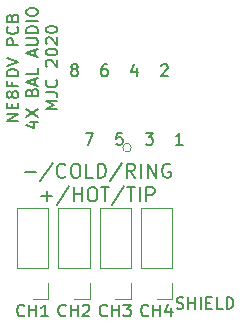
<source format=gto>
G04 #@! TF.GenerationSoftware,KiCad,Pcbnew,(5.1.5)-3*
G04 #@! TF.CreationDate,2020-10-16T19:42:58-07:00*
G04 #@! TF.ProjectId,NeutrikEthercon,4e657574-7269-46b4-9574-686572636f6e,rev?*
G04 #@! TF.SameCoordinates,Original*
G04 #@! TF.FileFunction,Legend,Top*
G04 #@! TF.FilePolarity,Positive*
%FSLAX46Y46*%
G04 Gerber Fmt 4.6, Leading zero omitted, Abs format (unit mm)*
G04 Created by KiCad (PCBNEW (5.1.5)-3) date 2020-10-16 19:42:58*
%MOMM*%
%LPD*%
G04 APERTURE LIST*
%ADD10C,0.200000*%
%ADD11C,0.150000*%
%ADD12C,0.120000*%
G04 APERTURE END LIST*
D10*
X126357142Y-117085714D02*
X127271428Y-117085714D01*
X128700000Y-116285714D02*
X127671428Y-117828571D01*
X129785714Y-117428571D02*
X129728571Y-117485714D01*
X129557142Y-117542857D01*
X129442857Y-117542857D01*
X129271428Y-117485714D01*
X129157142Y-117371428D01*
X129100000Y-117257142D01*
X129042857Y-117028571D01*
X129042857Y-116857142D01*
X129100000Y-116628571D01*
X129157142Y-116514285D01*
X129271428Y-116400000D01*
X129442857Y-116342857D01*
X129557142Y-116342857D01*
X129728571Y-116400000D01*
X129785714Y-116457142D01*
X130528571Y-116342857D02*
X130757142Y-116342857D01*
X130871428Y-116400000D01*
X130985714Y-116514285D01*
X131042857Y-116742857D01*
X131042857Y-117142857D01*
X130985714Y-117371428D01*
X130871428Y-117485714D01*
X130757142Y-117542857D01*
X130528571Y-117542857D01*
X130414285Y-117485714D01*
X130300000Y-117371428D01*
X130242857Y-117142857D01*
X130242857Y-116742857D01*
X130300000Y-116514285D01*
X130414285Y-116400000D01*
X130528571Y-116342857D01*
X132128571Y-117542857D02*
X131557142Y-117542857D01*
X131557142Y-116342857D01*
X132528571Y-117542857D02*
X132528571Y-116342857D01*
X132814285Y-116342857D01*
X132985714Y-116400000D01*
X133100000Y-116514285D01*
X133157142Y-116628571D01*
X133214285Y-116857142D01*
X133214285Y-117028571D01*
X133157142Y-117257142D01*
X133100000Y-117371428D01*
X132985714Y-117485714D01*
X132814285Y-117542857D01*
X132528571Y-117542857D01*
X134585714Y-116285714D02*
X133557142Y-117828571D01*
X135671428Y-117542857D02*
X135271428Y-116971428D01*
X134985714Y-117542857D02*
X134985714Y-116342857D01*
X135442857Y-116342857D01*
X135557142Y-116400000D01*
X135614285Y-116457142D01*
X135671428Y-116571428D01*
X135671428Y-116742857D01*
X135614285Y-116857142D01*
X135557142Y-116914285D01*
X135442857Y-116971428D01*
X134985714Y-116971428D01*
X136185714Y-117542857D02*
X136185714Y-116342857D01*
X136757142Y-117542857D02*
X136757142Y-116342857D01*
X137442857Y-117542857D01*
X137442857Y-116342857D01*
X138642857Y-116400000D02*
X138528571Y-116342857D01*
X138357142Y-116342857D01*
X138185714Y-116400000D01*
X138071428Y-116514285D01*
X138014285Y-116628571D01*
X137957142Y-116857142D01*
X137957142Y-117028571D01*
X138014285Y-117257142D01*
X138071428Y-117371428D01*
X138185714Y-117485714D01*
X138357142Y-117542857D01*
X138471428Y-117542857D01*
X138642857Y-117485714D01*
X138700000Y-117428571D01*
X138700000Y-117028571D01*
X138471428Y-117028571D01*
X127728571Y-119085714D02*
X128642857Y-119085714D01*
X128185714Y-119542857D02*
X128185714Y-118628571D01*
X130071428Y-118285714D02*
X129042857Y-119828571D01*
X130471428Y-119542857D02*
X130471428Y-118342857D01*
X130471428Y-118914285D02*
X131157142Y-118914285D01*
X131157142Y-119542857D02*
X131157142Y-118342857D01*
X131957142Y-118342857D02*
X132185714Y-118342857D01*
X132300000Y-118400000D01*
X132414285Y-118514285D01*
X132471428Y-118742857D01*
X132471428Y-119142857D01*
X132414285Y-119371428D01*
X132300000Y-119485714D01*
X132185714Y-119542857D01*
X131957142Y-119542857D01*
X131842857Y-119485714D01*
X131728571Y-119371428D01*
X131671428Y-119142857D01*
X131671428Y-118742857D01*
X131728571Y-118514285D01*
X131842857Y-118400000D01*
X131957142Y-118342857D01*
X132814285Y-118342857D02*
X133500000Y-118342857D01*
X133157142Y-119542857D02*
X133157142Y-118342857D01*
X134757142Y-118285714D02*
X133728571Y-119828571D01*
X134985714Y-118342857D02*
X135671428Y-118342857D01*
X135328571Y-119542857D02*
X135328571Y-118342857D01*
X136071428Y-119542857D02*
X136071428Y-118342857D01*
X136642857Y-119542857D02*
X136642857Y-118342857D01*
X137100000Y-118342857D01*
X137214285Y-118400000D01*
X137271428Y-118457142D01*
X137328571Y-118571428D01*
X137328571Y-118742857D01*
X137271428Y-118857142D01*
X137214285Y-118914285D01*
X137100000Y-118971428D01*
X136642857Y-118971428D01*
D11*
X125802380Y-112702380D02*
X124802380Y-112702380D01*
X125802380Y-112130952D01*
X124802380Y-112130952D01*
X125278571Y-111654761D02*
X125278571Y-111321428D01*
X125802380Y-111178571D02*
X125802380Y-111654761D01*
X124802380Y-111654761D01*
X124802380Y-111178571D01*
X125230952Y-110607142D02*
X125183333Y-110702380D01*
X125135714Y-110750000D01*
X125040476Y-110797619D01*
X124992857Y-110797619D01*
X124897619Y-110750000D01*
X124850000Y-110702380D01*
X124802380Y-110607142D01*
X124802380Y-110416666D01*
X124850000Y-110321428D01*
X124897619Y-110273809D01*
X124992857Y-110226190D01*
X125040476Y-110226190D01*
X125135714Y-110273809D01*
X125183333Y-110321428D01*
X125230952Y-110416666D01*
X125230952Y-110607142D01*
X125278571Y-110702380D01*
X125326190Y-110750000D01*
X125421428Y-110797619D01*
X125611904Y-110797619D01*
X125707142Y-110750000D01*
X125754761Y-110702380D01*
X125802380Y-110607142D01*
X125802380Y-110416666D01*
X125754761Y-110321428D01*
X125707142Y-110273809D01*
X125611904Y-110226190D01*
X125421428Y-110226190D01*
X125326190Y-110273809D01*
X125278571Y-110321428D01*
X125230952Y-110416666D01*
X125278571Y-109464285D02*
X125278571Y-109797619D01*
X125802380Y-109797619D02*
X124802380Y-109797619D01*
X124802380Y-109321428D01*
X125802380Y-108940476D02*
X124802380Y-108940476D01*
X124802380Y-108702380D01*
X124850000Y-108559523D01*
X124945238Y-108464285D01*
X125040476Y-108416666D01*
X125230952Y-108369047D01*
X125373809Y-108369047D01*
X125564285Y-108416666D01*
X125659523Y-108464285D01*
X125754761Y-108559523D01*
X125802380Y-108702380D01*
X125802380Y-108940476D01*
X124802380Y-108083333D02*
X125802380Y-107750000D01*
X124802380Y-107416666D01*
X125802380Y-106321428D02*
X124802380Y-106321428D01*
X124802380Y-105940476D01*
X124850000Y-105845238D01*
X124897619Y-105797619D01*
X124992857Y-105750000D01*
X125135714Y-105750000D01*
X125230952Y-105797619D01*
X125278571Y-105845238D01*
X125326190Y-105940476D01*
X125326190Y-106321428D01*
X125707142Y-104750000D02*
X125754761Y-104797619D01*
X125802380Y-104940476D01*
X125802380Y-105035714D01*
X125754761Y-105178571D01*
X125659523Y-105273809D01*
X125564285Y-105321428D01*
X125373809Y-105369047D01*
X125230952Y-105369047D01*
X125040476Y-105321428D01*
X124945238Y-105273809D01*
X124850000Y-105178571D01*
X124802380Y-105035714D01*
X124802380Y-104940476D01*
X124850000Y-104797619D01*
X124897619Y-104750000D01*
X125278571Y-103988095D02*
X125326190Y-103845238D01*
X125373809Y-103797619D01*
X125469047Y-103750000D01*
X125611904Y-103750000D01*
X125707142Y-103797619D01*
X125754761Y-103845238D01*
X125802380Y-103940476D01*
X125802380Y-104321428D01*
X124802380Y-104321428D01*
X124802380Y-103988095D01*
X124850000Y-103892857D01*
X124897619Y-103845238D01*
X124992857Y-103797619D01*
X125088095Y-103797619D01*
X125183333Y-103845238D01*
X125230952Y-103892857D01*
X125278571Y-103988095D01*
X125278571Y-104321428D01*
X126785714Y-112845238D02*
X127452380Y-112845238D01*
X126404761Y-113083333D02*
X127119047Y-113321428D01*
X127119047Y-112702380D01*
X126452380Y-112416666D02*
X127452380Y-111750000D01*
X126452380Y-111750000D02*
X127452380Y-112416666D01*
X126928571Y-110273809D02*
X126976190Y-110130952D01*
X127023809Y-110083333D01*
X127119047Y-110035714D01*
X127261904Y-110035714D01*
X127357142Y-110083333D01*
X127404761Y-110130952D01*
X127452380Y-110226190D01*
X127452380Y-110607142D01*
X126452380Y-110607142D01*
X126452380Y-110273809D01*
X126500000Y-110178571D01*
X126547619Y-110130952D01*
X126642857Y-110083333D01*
X126738095Y-110083333D01*
X126833333Y-110130952D01*
X126880952Y-110178571D01*
X126928571Y-110273809D01*
X126928571Y-110607142D01*
X127166666Y-109654761D02*
X127166666Y-109178571D01*
X127452380Y-109750000D02*
X126452380Y-109416666D01*
X127452380Y-109083333D01*
X127452380Y-108273809D02*
X127452380Y-108750000D01*
X126452380Y-108750000D01*
X127166666Y-107226190D02*
X127166666Y-106750000D01*
X127452380Y-107321428D02*
X126452380Y-106988095D01*
X127452380Y-106654761D01*
X126452380Y-106321428D02*
X127261904Y-106321428D01*
X127357142Y-106273809D01*
X127404761Y-106226190D01*
X127452380Y-106130952D01*
X127452380Y-105940476D01*
X127404761Y-105845238D01*
X127357142Y-105797619D01*
X127261904Y-105750000D01*
X126452380Y-105750000D01*
X127452380Y-105273809D02*
X126452380Y-105273809D01*
X126452380Y-105035714D01*
X126500000Y-104892857D01*
X126595238Y-104797619D01*
X126690476Y-104750000D01*
X126880952Y-104702380D01*
X127023809Y-104702380D01*
X127214285Y-104750000D01*
X127309523Y-104797619D01*
X127404761Y-104892857D01*
X127452380Y-105035714D01*
X127452380Y-105273809D01*
X127452380Y-104273809D02*
X126452380Y-104273809D01*
X126452380Y-103607142D02*
X126452380Y-103416666D01*
X126500000Y-103321428D01*
X126595238Y-103226190D01*
X126785714Y-103178571D01*
X127119047Y-103178571D01*
X127309523Y-103226190D01*
X127404761Y-103321428D01*
X127452380Y-103416666D01*
X127452380Y-103607142D01*
X127404761Y-103702380D01*
X127309523Y-103797619D01*
X127119047Y-103845238D01*
X126785714Y-103845238D01*
X126595238Y-103797619D01*
X126500000Y-103702380D01*
X126452380Y-103607142D01*
X129102380Y-111750000D02*
X128102380Y-111750000D01*
X128816666Y-111416666D01*
X128102380Y-111083333D01*
X129102380Y-111083333D01*
X128102380Y-110321428D02*
X128816666Y-110321428D01*
X128959523Y-110369047D01*
X129054761Y-110464285D01*
X129102380Y-110607142D01*
X129102380Y-110702380D01*
X129007142Y-109273809D02*
X129054761Y-109321428D01*
X129102380Y-109464285D01*
X129102380Y-109559523D01*
X129054761Y-109702380D01*
X128959523Y-109797619D01*
X128864285Y-109845238D01*
X128673809Y-109892857D01*
X128530952Y-109892857D01*
X128340476Y-109845238D01*
X128245238Y-109797619D01*
X128150000Y-109702380D01*
X128102380Y-109559523D01*
X128102380Y-109464285D01*
X128150000Y-109321428D01*
X128197619Y-109273809D01*
X128197619Y-108130952D02*
X128150000Y-108083333D01*
X128102380Y-107988095D01*
X128102380Y-107750000D01*
X128150000Y-107654761D01*
X128197619Y-107607142D01*
X128292857Y-107559523D01*
X128388095Y-107559523D01*
X128530952Y-107607142D01*
X129102380Y-108178571D01*
X129102380Y-107559523D01*
X128102380Y-106940476D02*
X128102380Y-106845238D01*
X128150000Y-106750000D01*
X128197619Y-106702380D01*
X128292857Y-106654761D01*
X128483333Y-106607142D01*
X128721428Y-106607142D01*
X128911904Y-106654761D01*
X129007142Y-106702380D01*
X129054761Y-106750000D01*
X129102380Y-106845238D01*
X129102380Y-106940476D01*
X129054761Y-107035714D01*
X129007142Y-107083333D01*
X128911904Y-107130952D01*
X128721428Y-107178571D01*
X128483333Y-107178571D01*
X128292857Y-107130952D01*
X128197619Y-107083333D01*
X128150000Y-107035714D01*
X128102380Y-106940476D01*
X128197619Y-106226190D02*
X128150000Y-106178571D01*
X128102380Y-106083333D01*
X128102380Y-105845238D01*
X128150000Y-105750000D01*
X128197619Y-105702380D01*
X128292857Y-105654761D01*
X128388095Y-105654761D01*
X128530952Y-105702380D01*
X129102380Y-106273809D01*
X129102380Y-105654761D01*
X128102380Y-105035714D02*
X128102380Y-104940476D01*
X128150000Y-104845238D01*
X128197619Y-104797619D01*
X128292857Y-104750000D01*
X128483333Y-104702380D01*
X128721428Y-104702380D01*
X128911904Y-104750000D01*
X129007142Y-104797619D01*
X129054761Y-104845238D01*
X129102380Y-104940476D01*
X129102380Y-105035714D01*
X129054761Y-105130952D01*
X129007142Y-105178571D01*
X128911904Y-105226190D01*
X128721428Y-105273809D01*
X128483333Y-105273809D01*
X128292857Y-105226190D01*
X128197619Y-105178571D01*
X128150000Y-105130952D01*
X128102380Y-105035714D01*
D12*
X135360555Y-115000000D02*
G75*
G03X135360555Y-115000000I-360555J0D01*
G01*
X138830000Y-120090000D02*
X136170000Y-120090000D01*
X138830000Y-125230000D02*
X138830000Y-120090000D01*
X136170000Y-125230000D02*
X136170000Y-120090000D01*
X138830000Y-125230000D02*
X136170000Y-125230000D01*
X138830000Y-126500000D02*
X138830000Y-127830000D01*
X138830000Y-127830000D02*
X137500000Y-127830000D01*
X135330000Y-127830000D02*
X134000000Y-127830000D01*
X135330000Y-126500000D02*
X135330000Y-127830000D01*
X135330000Y-125230000D02*
X132670000Y-125230000D01*
X132670000Y-125230000D02*
X132670000Y-120090000D01*
X135330000Y-125230000D02*
X135330000Y-120090000D01*
X135330000Y-120090000D02*
X132670000Y-120090000D01*
X131830000Y-120090000D02*
X129170000Y-120090000D01*
X131830000Y-125230000D02*
X131830000Y-120090000D01*
X129170000Y-125230000D02*
X129170000Y-120090000D01*
X131830000Y-125230000D02*
X129170000Y-125230000D01*
X131830000Y-126500000D02*
X131830000Y-127830000D01*
X131830000Y-127830000D02*
X130500000Y-127830000D01*
X128330000Y-127830000D02*
X127000000Y-127830000D01*
X128330000Y-126500000D02*
X128330000Y-127830000D01*
X128330000Y-125230000D02*
X125670000Y-125230000D01*
X125670000Y-125230000D02*
X125670000Y-120090000D01*
X128330000Y-125230000D02*
X128330000Y-120090000D01*
X128330000Y-120090000D02*
X125670000Y-120090000D01*
D11*
X139725714Y-114752380D02*
X139154285Y-114752380D01*
X139440000Y-114752380D02*
X139440000Y-113752380D01*
X139344761Y-113895238D01*
X139249523Y-113990476D01*
X139154285Y-114038095D01*
X136809523Y-129187142D02*
X136761904Y-129234761D01*
X136619047Y-129282380D01*
X136523809Y-129282380D01*
X136380952Y-129234761D01*
X136285714Y-129139523D01*
X136238095Y-129044285D01*
X136190476Y-128853809D01*
X136190476Y-128710952D01*
X136238095Y-128520476D01*
X136285714Y-128425238D01*
X136380952Y-128330000D01*
X136523809Y-128282380D01*
X136619047Y-128282380D01*
X136761904Y-128330000D01*
X136809523Y-128377619D01*
X137238095Y-129282380D02*
X137238095Y-128282380D01*
X137238095Y-128758571D02*
X137809523Y-128758571D01*
X137809523Y-129282380D02*
X137809523Y-128282380D01*
X138714285Y-128615714D02*
X138714285Y-129282380D01*
X138476190Y-128234761D02*
X138238095Y-128949047D01*
X138857142Y-128949047D01*
X133309523Y-129187142D02*
X133261904Y-129234761D01*
X133119047Y-129282380D01*
X133023809Y-129282380D01*
X132880952Y-129234761D01*
X132785714Y-129139523D01*
X132738095Y-129044285D01*
X132690476Y-128853809D01*
X132690476Y-128710952D01*
X132738095Y-128520476D01*
X132785714Y-128425238D01*
X132880952Y-128330000D01*
X133023809Y-128282380D01*
X133119047Y-128282380D01*
X133261904Y-128330000D01*
X133309523Y-128377619D01*
X133738095Y-129282380D02*
X133738095Y-128282380D01*
X133738095Y-128758571D02*
X134309523Y-128758571D01*
X134309523Y-129282380D02*
X134309523Y-128282380D01*
X134690476Y-128282380D02*
X135309523Y-128282380D01*
X134976190Y-128663333D01*
X135119047Y-128663333D01*
X135214285Y-128710952D01*
X135261904Y-128758571D01*
X135309523Y-128853809D01*
X135309523Y-129091904D01*
X135261904Y-129187142D01*
X135214285Y-129234761D01*
X135119047Y-129282380D01*
X134833333Y-129282380D01*
X134738095Y-129234761D01*
X134690476Y-129187142D01*
X129809523Y-129187142D02*
X129761904Y-129234761D01*
X129619047Y-129282380D01*
X129523809Y-129282380D01*
X129380952Y-129234761D01*
X129285714Y-129139523D01*
X129238095Y-129044285D01*
X129190476Y-128853809D01*
X129190476Y-128710952D01*
X129238095Y-128520476D01*
X129285714Y-128425238D01*
X129380952Y-128330000D01*
X129523809Y-128282380D01*
X129619047Y-128282380D01*
X129761904Y-128330000D01*
X129809523Y-128377619D01*
X130238095Y-129282380D02*
X130238095Y-128282380D01*
X130238095Y-128758571D02*
X130809523Y-128758571D01*
X130809523Y-129282380D02*
X130809523Y-128282380D01*
X131238095Y-128377619D02*
X131285714Y-128330000D01*
X131380952Y-128282380D01*
X131619047Y-128282380D01*
X131714285Y-128330000D01*
X131761904Y-128377619D01*
X131809523Y-128472857D01*
X131809523Y-128568095D01*
X131761904Y-128710952D01*
X131190476Y-129282380D01*
X131809523Y-129282380D01*
X126309523Y-129187142D02*
X126261904Y-129234761D01*
X126119047Y-129282380D01*
X126023809Y-129282380D01*
X125880952Y-129234761D01*
X125785714Y-129139523D01*
X125738095Y-129044285D01*
X125690476Y-128853809D01*
X125690476Y-128710952D01*
X125738095Y-128520476D01*
X125785714Y-128425238D01*
X125880952Y-128330000D01*
X126023809Y-128282380D01*
X126119047Y-128282380D01*
X126261904Y-128330000D01*
X126309523Y-128377619D01*
X126738095Y-129282380D02*
X126738095Y-128282380D01*
X126738095Y-128758571D02*
X127309523Y-128758571D01*
X127309523Y-129282380D02*
X127309523Y-128282380D01*
X128309523Y-129282380D02*
X127738095Y-129282380D01*
X128023809Y-129282380D02*
X128023809Y-128282380D01*
X127928571Y-128425238D01*
X127833333Y-128520476D01*
X127738095Y-128568095D01*
X139195238Y-128604761D02*
X139338095Y-128652380D01*
X139576190Y-128652380D01*
X139671428Y-128604761D01*
X139719047Y-128557142D01*
X139766666Y-128461904D01*
X139766666Y-128366666D01*
X139719047Y-128271428D01*
X139671428Y-128223809D01*
X139576190Y-128176190D01*
X139385714Y-128128571D01*
X139290476Y-128080952D01*
X139242857Y-128033333D01*
X139195238Y-127938095D01*
X139195238Y-127842857D01*
X139242857Y-127747619D01*
X139290476Y-127700000D01*
X139385714Y-127652380D01*
X139623809Y-127652380D01*
X139766666Y-127700000D01*
X140195238Y-128652380D02*
X140195238Y-127652380D01*
X140195238Y-128128571D02*
X140766666Y-128128571D01*
X140766666Y-128652380D02*
X140766666Y-127652380D01*
X141242857Y-128652380D02*
X141242857Y-127652380D01*
X141719047Y-128128571D02*
X142052380Y-128128571D01*
X142195238Y-128652380D02*
X141719047Y-128652380D01*
X141719047Y-127652380D01*
X142195238Y-127652380D01*
X143100000Y-128652380D02*
X142623809Y-128652380D01*
X142623809Y-127652380D01*
X143433333Y-128652380D02*
X143433333Y-127652380D01*
X143671428Y-127652380D01*
X143814285Y-127700000D01*
X143909523Y-127795238D01*
X143957142Y-127890476D01*
X144004761Y-128080952D01*
X144004761Y-128223809D01*
X143957142Y-128414285D01*
X143909523Y-128509523D01*
X143814285Y-128604761D01*
X143671428Y-128652380D01*
X143433333Y-128652380D01*
X137894285Y-108047619D02*
X137941904Y-108000000D01*
X138037142Y-107952380D01*
X138275238Y-107952380D01*
X138370476Y-108000000D01*
X138418095Y-108047619D01*
X138465714Y-108142857D01*
X138465714Y-108238095D01*
X138418095Y-108380952D01*
X137846666Y-108952380D01*
X138465714Y-108952380D01*
X135820476Y-108285714D02*
X135820476Y-108952380D01*
X135582380Y-107904761D02*
X135344285Y-108619047D01*
X135963333Y-108619047D01*
X133290476Y-107952380D02*
X133100000Y-107952380D01*
X133004761Y-108000000D01*
X132957142Y-108047619D01*
X132861904Y-108190476D01*
X132814285Y-108380952D01*
X132814285Y-108761904D01*
X132861904Y-108857142D01*
X132909523Y-108904761D01*
X133004761Y-108952380D01*
X133195238Y-108952380D01*
X133290476Y-108904761D01*
X133338095Y-108857142D01*
X133385714Y-108761904D01*
X133385714Y-108523809D01*
X133338095Y-108428571D01*
X133290476Y-108380952D01*
X133195238Y-108333333D01*
X133004761Y-108333333D01*
X132909523Y-108380952D01*
X132861904Y-108428571D01*
X132814285Y-108523809D01*
X131486666Y-113752380D02*
X132153333Y-113752380D01*
X131724761Y-114752380D01*
X134588095Y-113752380D02*
X134111904Y-113752380D01*
X134064285Y-114228571D01*
X134111904Y-114180952D01*
X134207142Y-114133333D01*
X134445238Y-114133333D01*
X134540476Y-114180952D01*
X134588095Y-114228571D01*
X134635714Y-114323809D01*
X134635714Y-114561904D01*
X134588095Y-114657142D01*
X134540476Y-114704761D01*
X134445238Y-114752380D01*
X134207142Y-114752380D01*
X134111904Y-114704761D01*
X134064285Y-114657142D01*
X136566666Y-113752380D02*
X137185714Y-113752380D01*
X136852380Y-114133333D01*
X136995238Y-114133333D01*
X137090476Y-114180952D01*
X137138095Y-114228571D01*
X137185714Y-114323809D01*
X137185714Y-114561904D01*
X137138095Y-114657142D01*
X137090476Y-114704761D01*
X136995238Y-114752380D01*
X136709523Y-114752380D01*
X136614285Y-114704761D01*
X136566666Y-114657142D01*
X130464761Y-108380952D02*
X130369523Y-108333333D01*
X130321904Y-108285714D01*
X130274285Y-108190476D01*
X130274285Y-108142857D01*
X130321904Y-108047619D01*
X130369523Y-108000000D01*
X130464761Y-107952380D01*
X130655238Y-107952380D01*
X130750476Y-108000000D01*
X130798095Y-108047619D01*
X130845714Y-108142857D01*
X130845714Y-108190476D01*
X130798095Y-108285714D01*
X130750476Y-108333333D01*
X130655238Y-108380952D01*
X130464761Y-108380952D01*
X130369523Y-108428571D01*
X130321904Y-108476190D01*
X130274285Y-108571428D01*
X130274285Y-108761904D01*
X130321904Y-108857142D01*
X130369523Y-108904761D01*
X130464761Y-108952380D01*
X130655238Y-108952380D01*
X130750476Y-108904761D01*
X130798095Y-108857142D01*
X130845714Y-108761904D01*
X130845714Y-108571428D01*
X130798095Y-108476190D01*
X130750476Y-108428571D01*
X130655238Y-108380952D01*
M02*

</source>
